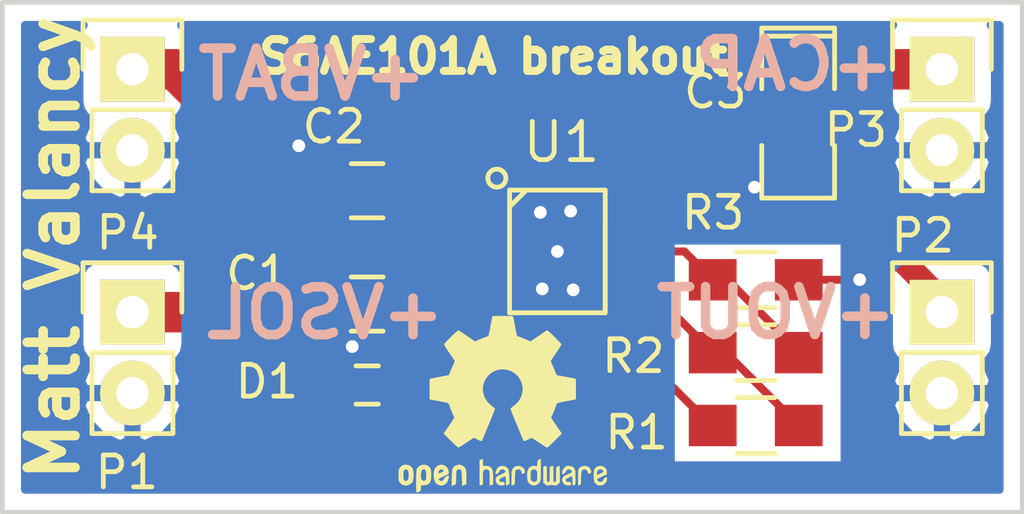
<source format=kicad_pcb>
(kicad_pcb (version 4) (host pcbnew 4.0.3+e1-6302~38~ubuntu16.04.1-stable)

  (general
    (links 22)
    (no_connects 0)
    (area 127.046667 97.525 162.513334 118.29357)
    (thickness 1.6)
    (drawings 11)
    (tracks 85)
    (zones 0)
    (modules 13)
    (nets 11)
  )

  (page A4)
  (layers
    (0 F.Cu signal)
    (31 B.Cu signal)
    (32 B.Adhes user)
    (33 F.Adhes user)
    (34 B.Paste user)
    (35 F.Paste user)
    (36 B.SilkS user)
    (37 F.SilkS user hide)
    (38 B.Mask user)
    (39 F.Mask user)
    (40 Dwgs.User user)
    (41 Cmts.User user)
    (42 Eco1.User user)
    (43 Eco2.User user)
    (44 Edge.Cuts user)
    (45 Margin user)
    (46 B.CrtYd user)
    (47 F.CrtYd user)
    (48 B.Fab user)
    (49 F.Fab user)
  )

  (setup
    (last_trace_width 0.254)
    (user_trace_width 0.762)
    (user_trace_width 1.27)
    (trace_clearance 0.2)
    (zone_clearance 0.508)
    (zone_45_only yes)
    (trace_min 0.2)
    (segment_width 0.2)
    (edge_width 0.15)
    (via_size 0.6)
    (via_drill 0.4)
    (via_min_size 0.4)
    (via_min_drill 0.3)
    (uvia_size 0.3)
    (uvia_drill 0.1)
    (uvias_allowed no)
    (uvia_min_size 0)
    (uvia_min_drill 0)
    (pcb_text_width 0.3)
    (pcb_text_size 1.5 1.5)
    (mod_edge_width 0.15)
    (mod_text_size 1 1)
    (mod_text_width 0.15)
    (pad_size 2.032 2.032)
    (pad_drill 1.016)
    (pad_to_mask_clearance 0.2)
    (aux_axis_origin 0 0)
    (grid_origin 132.08 101.6)
    (visible_elements FFFFFF7F)
    (pcbplotparams
      (layerselection 0x010f0_80000001)
      (usegerberextensions false)
      (excludeedgelayer true)
      (linewidth 0.100000)
      (plotframeref false)
      (viasonmask false)
      (mode 1)
      (useauxorigin false)
      (hpglpennumber 1)
      (hpglpenspeed 20)
      (hpglpendiameter 15)
      (hpglpenoverlay 2)
      (psnegative false)
      (psa4output false)
      (plotreference true)
      (plotvalue true)
      (plotinvisibletext false)
      (padsonsilk false)
      (subtractmaskfromsilk false)
      (outputformat 1)
      (mirror false)
      (drillshape 0)
      (scaleselection 1)
      (outputdirectory Gerbers/))
  )

  (net 0 "")
  (net 1 GNDA)
  (net 2 /VDD)
  (net 3 /VINT)
  (net 4 /VSTOR)
  (net 5 /VSOL)
  (net 6 /VOUT)
  (net 7 /SET_FB)
  (net 8 /SET_H)
  (net 9 /SET_L)
  (net 10 /VBAT)

  (net_class Default "This is the default net class."
    (clearance 0.2)
    (trace_width 0.254)
    (via_dia 0.6)
    (via_drill 0.4)
    (uvia_dia 0.3)
    (uvia_drill 0.1)
    (add_net /SET_FB)
    (add_net /SET_H)
    (add_net /SET_L)
    (add_net /VBAT)
    (add_net /VDD)
    (add_net /VINT)
    (add_net /VOUT)
    (add_net /VSOL)
    (add_net /VSTOR)
    (add_net GNDA)
  )

  (net_class power ""
    (clearance 0.2)
    (trace_width 0.508)
    (via_dia 0.6)
    (via_drill 0.4)
    (uvia_dia 0.3)
    (uvia_drill 0.1)
  )

  (module VNE:VNE-010 (layer F.Cu) (tedit 57C32F21) (tstamp 57C3250F)
    (at 145.415 107.315 270)
    (tags "no lead, ultra thin")
    (path /57C31499)
    (fp_text reference U1 (at -3.429 -0.127 360) (layer F.SilkS)
      (effects (font (size 1.2 1.2) (thickness 0.15)))
    )
    (fp_text value S6AE101A (at 6.35 0 270) (layer F.Fab) hide
      (effects (font (size 1.2 1.2) (thickness 0.15)))
    )
    (fp_circle (center -2.3 1.9) (end -2.1 2.1) (layer F.SilkS) (width 0.15))
    (fp_line (start -1.9 1) (end -1.4 1.5) (layer F.SilkS) (width 0.15))
    (fp_line (start 1.925 -1.5) (end -1.925 -1.5) (layer F.SilkS) (width 0.15))
    (fp_line (start -1.925 -1.5) (end -1.925 1.5) (layer F.SilkS) (width 0.15))
    (fp_line (start -1.925 1.5) (end 1.925 1.5) (layer F.SilkS) (width 0.15))
    (fp_line (start 1.925 1.5) (end 1.925 -1.5) (layer F.SilkS) (width 0.15))
    (fp_line (start 1.925 -1.5) (end -0.925 -1.5) (layer F.SilkS) (width 0.15))
    (pad 10 smd rect (at -1 -1.3 270) (size 0.25 0.5) (layers F.Cu F.Paste F.Mask)
      (net 4 /VSTOR))
    (pad 1 smd rect (at -1 1.3 270) (size 0.25 0.5) (layers F.Cu F.Paste F.Mask))
    (pad 9 smd rect (at -0.5 -1.3 270) (size 0.25 0.5) (layers F.Cu F.Paste F.Mask)
      (net 6 /VOUT))
    (pad 2 smd rect (at -0.5 1.3 270) (size 0.25 0.5) (layers F.Cu F.Paste F.Mask)
      (net 3 /VINT))
    (pad 8 smd rect (at 0 -1.3 270) (size 0.25 0.5) (layers F.Cu F.Paste F.Mask)
      (net 9 /SET_L))
    (pad 3 smd rect (at 0 1.3 270) (size 0.25 0.5) (layers F.Cu F.Paste F.Mask)
      (net 10 /VBAT))
    (pad 7 smd rect (at 0.5 -1.3 270) (size 0.25 0.5) (layers F.Cu F.Paste F.Mask)
      (net 8 /SET_H))
    (pad 4 smd rect (at 0.5 1.3 270) (size 0.25 0.5) (layers F.Cu F.Paste F.Mask)
      (net 2 /VDD))
    (pad 6 smd rect (at 1 -1.3 270) (size 0.25 0.5) (layers F.Cu F.Paste F.Mask)
      (net 7 /SET_FB))
    (pad 5 smd rect (at 1 1.3 270) (size 0.25 0.5) (layers F.Cu F.Paste F.Mask)
      (net 1 GNDA))
    (pad 0 smd rect (at 0 0 270) (size 2.2 1.6) (layers F.Cu F.Paste F.Mask)
      (net 1 GNDA))
  )

  (module Capacitors_SMD:C_0805_HandSoldering (layer F.Cu) (tedit 57C32EFB) (tstamp 57C324B8)
    (at 139.446 108.966 180)
    (descr "Capacitor SMD 0805, hand soldering")
    (tags "capacitor 0805")
    (path /57C32451)
    (attr smd)
    (fp_text reference C1 (at 3.446 0.966 180) (layer F.SilkS)
      (effects (font (size 1 1) (thickness 0.15)))
    )
    (fp_text value 10uF (at 0 2.1 180) (layer F.Fab) hide
      (effects (font (size 1 1) (thickness 0.15)))
    )
    (fp_line (start -2.3 -1) (end 2.3 -1) (layer F.CrtYd) (width 0.05))
    (fp_line (start -2.3 1) (end 2.3 1) (layer F.CrtYd) (width 0.05))
    (fp_line (start -2.3 -1) (end -2.3 1) (layer F.CrtYd) (width 0.05))
    (fp_line (start 2.3 -1) (end 2.3 1) (layer F.CrtYd) (width 0.05))
    (fp_line (start 0.5 -0.85) (end -0.5 -0.85) (layer F.SilkS) (width 0.15))
    (fp_line (start -0.5 0.85) (end 0.5 0.85) (layer F.SilkS) (width 0.15))
    (pad 1 smd rect (at -1.25 0 180) (size 1.5 1.25) (layers F.Cu F.Paste F.Mask)
      (net 2 /VDD))
    (pad 2 smd rect (at 1.25 0 180) (size 1.5 1.25) (layers F.Cu F.Paste F.Mask)
      (net 1 GNDA))
    (model Capacitors_SMD.3dshapes/C_0805_HandSoldering.wrl
      (at (xyz 0 0 0))
      (scale (xyz 1 1 1))
      (rotate (xyz 0 0 0))
    )
  )

  (module Capacitors_SMD:C_0805_HandSoldering (layer F.Cu) (tedit 57C32EE4) (tstamp 57C324BE)
    (at 139.446 105.41 180)
    (descr "Capacitor SMD 0805, hand soldering")
    (tags "capacitor 0805")
    (path /57C32BA1)
    (attr smd)
    (fp_text reference C2 (at 1.046 2.01 180) (layer F.SilkS)
      (effects (font (size 1 1) (thickness 0.15)))
    )
    (fp_text value 1uF (at 0 2.1 270) (layer F.Fab) hide
      (effects (font (size 1 1) (thickness 0.15)))
    )
    (fp_line (start -2.3 -1) (end 2.3 -1) (layer F.CrtYd) (width 0.05))
    (fp_line (start -2.3 1) (end 2.3 1) (layer F.CrtYd) (width 0.05))
    (fp_line (start -2.3 -1) (end -2.3 1) (layer F.CrtYd) (width 0.05))
    (fp_line (start 2.3 -1) (end 2.3 1) (layer F.CrtYd) (width 0.05))
    (fp_line (start 0.5 -0.85) (end -0.5 -0.85) (layer F.SilkS) (width 0.15))
    (fp_line (start -0.5 0.85) (end 0.5 0.85) (layer F.SilkS) (width 0.15))
    (pad 1 smd rect (at -1.25 0 180) (size 1.5 1.25) (layers F.Cu F.Paste F.Mask)
      (net 3 /VINT))
    (pad 2 smd rect (at 1.25 0 180) (size 1.5 1.25) (layers F.Cu F.Paste F.Mask)
      (net 1 GNDA))
    (model Capacitors_SMD.3dshapes/C_0805_HandSoldering.wrl
      (at (xyz 0 0 0))
      (scale (xyz 1 1 1))
      (rotate (xyz 0 0 0))
    )
  )

  (module SMD_Packages:SMD-1206_Pol (layer F.Cu) (tedit 57C3304B) (tstamp 57C324CD)
    (at 152.97 103.1 270)
    (path /57C327A0)
    (attr smd)
    (fp_text reference C3 (at -0.8 2.6 360) (layer F.SilkS)
      (effects (font (size 1 1) (thickness 0.15)))
    )
    (fp_text value CP1 (at 0 0 270) (layer F.Fab) hide
      (effects (font (size 1 1) (thickness 0.15)))
    )
    (fp_line (start -2.54 -1.143) (end -2.794 -1.143) (layer F.SilkS) (width 0.15))
    (fp_line (start -2.794 -1.143) (end -2.794 1.143) (layer F.SilkS) (width 0.15))
    (fp_line (start -2.794 1.143) (end -2.54 1.143) (layer F.SilkS) (width 0.15))
    (fp_line (start -2.54 -1.143) (end -2.54 1.143) (layer F.SilkS) (width 0.15))
    (fp_line (start -2.54 1.143) (end -0.889 1.143) (layer F.SilkS) (width 0.15))
    (fp_line (start 0.889 -1.143) (end 2.54 -1.143) (layer F.SilkS) (width 0.15))
    (fp_line (start 2.54 -1.143) (end 2.54 1.143) (layer F.SilkS) (width 0.15))
    (fp_line (start 2.54 1.143) (end 0.889 1.143) (layer F.SilkS) (width 0.15))
    (fp_line (start -0.889 -1.143) (end -2.54 -1.143) (layer F.SilkS) (width 0.15))
    (pad 1 smd rect (at -1.651 0 270) (size 1.524 2.032) (layers F.Cu F.Paste F.Mask)
      (net 4 /VSTOR))
    (pad 2 smd rect (at 1.651 0 270) (size 1.524 2.032) (layers F.Cu F.Paste F.Mask)
      (net 1 GNDA))
    (model SMD_Packages.3dshapes/SMD-1206_Pol.wrl
      (at (xyz 0 0 0))
      (scale (xyz 0.17 0.16 0.16))
      (rotate (xyz 0 0 0))
    )
  )

  (module Resistors_SMD:R_0805_HandSoldering (layer F.Cu) (tedit 57C32EAA) (tstamp 57C324ED)
    (at 151.638 112.776)
    (descr "Resistor SMD 0805, hand soldering")
    (tags "resistor 0805")
    (path /57C31A5B)
    (attr smd)
    (fp_text reference R1 (at -3.738 0.224) (layer F.SilkS)
      (effects (font (size 1 1) (thickness 0.15)))
    )
    (fp_text value R (at 0 2.1) (layer F.Fab) hide
      (effects (font (size 1 1) (thickness 0.15)))
    )
    (fp_line (start -2.4 -1) (end 2.4 -1) (layer F.CrtYd) (width 0.05))
    (fp_line (start -2.4 1) (end 2.4 1) (layer F.CrtYd) (width 0.05))
    (fp_line (start -2.4 -1) (end -2.4 1) (layer F.CrtYd) (width 0.05))
    (fp_line (start 2.4 -1) (end 2.4 1) (layer F.CrtYd) (width 0.05))
    (fp_line (start 0.6 0.875) (end -0.6 0.875) (layer F.SilkS) (width 0.15))
    (fp_line (start -0.6 -0.875) (end 0.6 -0.875) (layer F.SilkS) (width 0.15))
    (pad 1 smd rect (at -1.35 0) (size 1.5 1.3) (layers F.Cu F.Paste F.Mask)
      (net 7 /SET_FB))
    (pad 2 smd rect (at 1.35 0) (size 1.5 1.3) (layers F.Cu F.Paste F.Mask)
      (net 8 /SET_H))
    (model Resistors_SMD.3dshapes/R_0805_HandSoldering.wrl
      (at (xyz 0 0 0))
      (scale (xyz 1 1 1))
      (rotate (xyz 0 0 0))
    )
  )

  (module Resistors_SMD:R_0805_HandSoldering (layer F.Cu) (tedit 57C32EAE) (tstamp 57C324F3)
    (at 151.638 110.49)
    (descr "Resistor SMD 0805, hand soldering")
    (tags "resistor 0805")
    (path /57C31529)
    (attr smd)
    (fp_text reference R2 (at -3.838 0.11) (layer F.SilkS)
      (effects (font (size 1 1) (thickness 0.15)))
    )
    (fp_text value R (at 0 2.1) (layer F.Fab) hide
      (effects (font (size 1 1) (thickness 0.15)))
    )
    (fp_line (start -2.4 -1) (end 2.4 -1) (layer F.CrtYd) (width 0.05))
    (fp_line (start -2.4 1) (end 2.4 1) (layer F.CrtYd) (width 0.05))
    (fp_line (start -2.4 -1) (end -2.4 1) (layer F.CrtYd) (width 0.05))
    (fp_line (start 2.4 -1) (end 2.4 1) (layer F.CrtYd) (width 0.05))
    (fp_line (start 0.6 0.875) (end -0.6 0.875) (layer F.SilkS) (width 0.15))
    (fp_line (start -0.6 -0.875) (end 0.6 -0.875) (layer F.SilkS) (width 0.15))
    (pad 1 smd rect (at -1.35 0) (size 1.5 1.3) (layers F.Cu F.Paste F.Mask)
      (net 8 /SET_H))
    (pad 2 smd rect (at 1.35 0) (size 1.5 1.3) (layers F.Cu F.Paste F.Mask)
      (net 9 /SET_L))
    (model Resistors_SMD.3dshapes/R_0805_HandSoldering.wrl
      (at (xyz 0 0 0))
      (scale (xyz 1 1 1))
      (rotate (xyz 0 0 0))
    )
  )

  (module Resistors_SMD:R_0805_HandSoldering (layer F.Cu) (tedit 57C3304C) (tstamp 57C324F9)
    (at 151.638 108.204)
    (descr "Resistor SMD 0805, hand soldering")
    (tags "resistor 0805")
    (path /57C31D30)
    (attr smd)
    (fp_text reference R3 (at -1.338 -2.104) (layer F.SilkS)
      (effects (font (size 1 1) (thickness 0.15)))
    )
    (fp_text value R (at 0 2.1) (layer F.Fab) hide
      (effects (font (size 1 1) (thickness 0.15)))
    )
    (fp_line (start -2.4 -1) (end 2.4 -1) (layer F.CrtYd) (width 0.05))
    (fp_line (start -2.4 1) (end 2.4 1) (layer F.CrtYd) (width 0.05))
    (fp_line (start -2.4 -1) (end -2.4 1) (layer F.CrtYd) (width 0.05))
    (fp_line (start 2.4 -1) (end 2.4 1) (layer F.CrtYd) (width 0.05))
    (fp_line (start 0.6 0.875) (end -0.6 0.875) (layer F.SilkS) (width 0.15))
    (fp_line (start -0.6 -0.875) (end 0.6 -0.875) (layer F.SilkS) (width 0.15))
    (pad 1 smd rect (at -1.35 0) (size 1.5 1.3) (layers F.Cu F.Paste F.Mask)
      (net 9 /SET_L))
    (pad 2 smd rect (at 1.35 0) (size 1.5 1.3) (layers F.Cu F.Paste F.Mask)
      (net 1 GNDA))
    (model Resistors_SMD.3dshapes/R_0805_HandSoldering.wrl
      (at (xyz 0 0 0))
      (scale (xyz 1 1 1))
      (rotate (xyz 0 0 0))
    )
  )

  (module Capacitors_SMD:C_0603_HandSoldering (layer F.Cu) (tedit 57C32EFD) (tstamp 57C3297B)
    (at 139.446 111.506 180)
    (descr "Capacitor SMD 0603, hand soldering")
    (tags "capacitor 0603")
    (path /57C323E1)
    (attr smd)
    (fp_text reference D1 (at 3.146 0.106 180) (layer F.SilkS)
      (effects (font (size 1 1) (thickness 0.15)))
    )
    (fp_text value D_Schottky (at 0.254 -1.778 180) (layer F.Fab) hide
      (effects (font (size 1 1) (thickness 0.15)))
    )
    (fp_line (start -1.85 -0.75) (end 1.85 -0.75) (layer F.CrtYd) (width 0.05))
    (fp_line (start -1.85 0.75) (end 1.85 0.75) (layer F.CrtYd) (width 0.05))
    (fp_line (start -1.85 -0.75) (end -1.85 0.75) (layer F.CrtYd) (width 0.05))
    (fp_line (start 1.85 -0.75) (end 1.85 0.75) (layer F.CrtYd) (width 0.05))
    (fp_line (start -0.35 -0.6) (end 0.35 -0.6) (layer F.SilkS) (width 0.15))
    (fp_line (start 0.35 0.6) (end -0.35 0.6) (layer F.SilkS) (width 0.15))
    (pad 1 smd rect (at -0.95 0 180) (size 1.2 0.75) (layers F.Cu F.Paste F.Mask)
      (net 2 /VDD))
    (pad 2 smd rect (at 0.95 0 180) (size 1.2 0.75) (layers F.Cu F.Paste F.Mask)
      (net 5 /VSOL))
    (model Capacitors_SMD.3dshapes/C_0603_HandSoldering.wrl
      (at (xyz 0 0 0))
      (scale (xyz 1 1 1))
      (rotate (xyz 0 0 0))
    )
  )

  (module Pin_Headers:Pin_Header_Straight_1x02 (layer F.Cu) (tedit 57C331AA) (tstamp 57C32E92)
    (at 132.08 109.22)
    (descr "Through hole pin header")
    (tags "pin header")
    (path /57C32282)
    (fp_text reference P1 (at -0.17526 5.02666) (layer F.SilkS)
      (effects (font (size 1 1) (thickness 0.15)))
    )
    (fp_text value CONN_01X02 (at 0 -3.1) (layer F.Fab) hide
      (effects (font (size 1 1) (thickness 0.15)))
    )
    (fp_line (start 1.27 1.27) (end 1.27 3.81) (layer F.SilkS) (width 0.15))
    (fp_line (start 1.55 -1.55) (end 1.55 0) (layer F.SilkS) (width 0.15))
    (fp_line (start -1.75 -1.75) (end -1.75 4.3) (layer F.CrtYd) (width 0.05))
    (fp_line (start 1.75 -1.75) (end 1.75 4.3) (layer F.CrtYd) (width 0.05))
    (fp_line (start -1.75 -1.75) (end 1.75 -1.75) (layer F.CrtYd) (width 0.05))
    (fp_line (start -1.75 4.3) (end 1.75 4.3) (layer F.CrtYd) (width 0.05))
    (fp_line (start 1.27 1.27) (end -1.27 1.27) (layer F.SilkS) (width 0.15))
    (fp_line (start -1.55 0) (end -1.55 -1.55) (layer F.SilkS) (width 0.15))
    (fp_line (start -1.55 -1.55) (end 1.55 -1.55) (layer F.SilkS) (width 0.15))
    (fp_line (start -1.27 1.27) (end -1.27 3.81) (layer F.SilkS) (width 0.15))
    (fp_line (start -1.27 3.81) (end 1.27 3.81) (layer F.SilkS) (width 0.15))
    (pad 1 thru_hole rect (at 0 0) (size 2.032 2.032) (drill 1.016) (layers *.Cu *.Mask F.SilkS)
      (net 5 /VSOL))
    (pad 2 thru_hole oval (at 0 2.54) (size 2.032 2.032) (drill 1.016) (layers *.Cu *.Mask F.SilkS)
      (net 1 GNDA))
    (model Pin_Headers.3dshapes/Pin_Header_Straight_1x02.wrl
      (at (xyz 0 -0.05 0))
      (scale (xyz 1 1 1))
      (rotate (xyz 0 0 90))
    )
  )

  (module Pin_Headers:Pin_Header_Straight_1x02 (layer F.Cu) (tedit 57C32EC4) (tstamp 57C32E98)
    (at 157.48 109.22)
    (descr "Through hole pin header")
    (tags "pin header")
    (path /57C328A6)
    (fp_text reference P2 (at -0.6 -2.4) (layer F.SilkS)
      (effects (font (size 1 1) (thickness 0.15)))
    )
    (fp_text value CONN_01X02 (at 0 -3.1) (layer F.Fab) hide
      (effects (font (size 1 1) (thickness 0.15)))
    )
    (fp_line (start 1.27 1.27) (end 1.27 3.81) (layer F.SilkS) (width 0.15))
    (fp_line (start 1.55 -1.55) (end 1.55 0) (layer F.SilkS) (width 0.15))
    (fp_line (start -1.75 -1.75) (end -1.75 4.3) (layer F.CrtYd) (width 0.05))
    (fp_line (start 1.75 -1.75) (end 1.75 4.3) (layer F.CrtYd) (width 0.05))
    (fp_line (start -1.75 -1.75) (end 1.75 -1.75) (layer F.CrtYd) (width 0.05))
    (fp_line (start -1.75 4.3) (end 1.75 4.3) (layer F.CrtYd) (width 0.05))
    (fp_line (start 1.27 1.27) (end -1.27 1.27) (layer F.SilkS) (width 0.15))
    (fp_line (start -1.55 0) (end -1.55 -1.55) (layer F.SilkS) (width 0.15))
    (fp_line (start -1.55 -1.55) (end 1.55 -1.55) (layer F.SilkS) (width 0.15))
    (fp_line (start -1.27 1.27) (end -1.27 3.81) (layer F.SilkS) (width 0.15))
    (fp_line (start -1.27 3.81) (end 1.27 3.81) (layer F.SilkS) (width 0.15))
    (pad 1 thru_hole rect (at 0 0) (size 2.032 2.032) (drill 1.016) (layers *.Cu *.Mask F.SilkS)
      (net 6 /VOUT))
    (pad 2 thru_hole oval (at 0 2.54) (size 2.032 2.032) (drill 1.016) (layers *.Cu *.Mask F.SilkS)
      (net 1 GNDA))
    (model Pin_Headers.3dshapes/Pin_Header_Straight_1x02.wrl
      (at (xyz 0 -0.05 0))
      (scale (xyz 1 1 1))
      (rotate (xyz 0 0 90))
    )
  )

  (module Pin_Headers:Pin_Header_Straight_1x02 (layer F.Cu) (tedit 57C32EEF) (tstamp 57C32E9E)
    (at 157.48 101.6)
    (descr "Through hole pin header")
    (tags "pin header")
    (path /57C325DE)
    (fp_text reference P3 (at -2.7 1.9) (layer F.SilkS)
      (effects (font (size 1 1) (thickness 0.15)))
    )
    (fp_text value CONN_01X02 (at 0 -3.1) (layer F.Fab) hide
      (effects (font (size 1 1) (thickness 0.15)))
    )
    (fp_line (start 1.27 1.27) (end 1.27 3.81) (layer F.SilkS) (width 0.15))
    (fp_line (start 1.55 -1.55) (end 1.55 0) (layer F.SilkS) (width 0.15))
    (fp_line (start -1.75 -1.75) (end -1.75 4.3) (layer F.CrtYd) (width 0.05))
    (fp_line (start 1.75 -1.75) (end 1.75 4.3) (layer F.CrtYd) (width 0.05))
    (fp_line (start -1.75 -1.75) (end 1.75 -1.75) (layer F.CrtYd) (width 0.05))
    (fp_line (start -1.75 4.3) (end 1.75 4.3) (layer F.CrtYd) (width 0.05))
    (fp_line (start 1.27 1.27) (end -1.27 1.27) (layer F.SilkS) (width 0.15))
    (fp_line (start -1.55 0) (end -1.55 -1.55) (layer F.SilkS) (width 0.15))
    (fp_line (start -1.55 -1.55) (end 1.55 -1.55) (layer F.SilkS) (width 0.15))
    (fp_line (start -1.27 1.27) (end -1.27 3.81) (layer F.SilkS) (width 0.15))
    (fp_line (start -1.27 3.81) (end 1.27 3.81) (layer F.SilkS) (width 0.15))
    (pad 1 thru_hole rect (at 0 0) (size 2.032 2.032) (drill 1.016) (layers *.Cu *.Mask F.SilkS)
      (net 4 /VSTOR))
    (pad 2 thru_hole oval (at 0 2.54) (size 2.032 2.032) (drill 1.016) (layers *.Cu *.Mask F.SilkS)
      (net 1 GNDA))
    (model Pin_Headers.3dshapes/Pin_Header_Straight_1x02.wrl
      (at (xyz 0 -0.05 0))
      (scale (xyz 1 1 1))
      (rotate (xyz 0 0 90))
    )
  )

  (module Pin_Headers:Pin_Header_Straight_1x02 (layer F.Cu) (tedit 57C331AE) (tstamp 57C32EA4)
    (at 132.08 101.6)
    (descr "Through hole pin header")
    (tags "pin header")
    (path /57C33541)
    (fp_text reference P4 (at -0.14732 5.1308) (layer F.SilkS)
      (effects (font (size 1 1) (thickness 0.15)))
    )
    (fp_text value CONN_01X02 (at 0 -3.1) (layer F.Fab) hide
      (effects (font (size 1 1) (thickness 0.15)))
    )
    (fp_line (start 1.27 1.27) (end 1.27 3.81) (layer F.SilkS) (width 0.15))
    (fp_line (start 1.55 -1.55) (end 1.55 0) (layer F.SilkS) (width 0.15))
    (fp_line (start -1.75 -1.75) (end -1.75 4.3) (layer F.CrtYd) (width 0.05))
    (fp_line (start 1.75 -1.75) (end 1.75 4.3) (layer F.CrtYd) (width 0.05))
    (fp_line (start -1.75 -1.75) (end 1.75 -1.75) (layer F.CrtYd) (width 0.05))
    (fp_line (start -1.75 4.3) (end 1.75 4.3) (layer F.CrtYd) (width 0.05))
    (fp_line (start 1.27 1.27) (end -1.27 1.27) (layer F.SilkS) (width 0.15))
    (fp_line (start -1.55 0) (end -1.55 -1.55) (layer F.SilkS) (width 0.15))
    (fp_line (start -1.55 -1.55) (end 1.55 -1.55) (layer F.SilkS) (width 0.15))
    (fp_line (start -1.27 1.27) (end -1.27 3.81) (layer F.SilkS) (width 0.15))
    (fp_line (start -1.27 3.81) (end 1.27 3.81) (layer F.SilkS) (width 0.15))
    (pad 1 thru_hole rect (at 0 0) (size 2.032 2.032) (drill 1.016) (layers *.Cu *.Mask F.SilkS)
      (net 10 /VBAT))
    (pad 2 thru_hole oval (at 0 2.54) (size 2.032 2.032) (drill 1.016) (layers *.Cu *.Mask F.SilkS)
      (net 1 GNDA))
    (model Pin_Headers.3dshapes/Pin_Header_Straight_1x02.wrl
      (at (xyz 0 -0.05 0))
      (scale (xyz 1 1 1))
      (rotate (xyz 0 0 90))
    )
  )

  (module Symbols:OSHW-Logo2_7.3x6mm_SilkScreen (layer F.Cu) (tedit 0) (tstamp 57C33024)
    (at 143.7 112.1)
    (descr "Open Source Hardware Symbol")
    (tags "Logo Symbol OSHW")
    (attr virtual)
    (fp_text reference REF*** (at 0 0) (layer F.SilkS) hide
      (effects (font (size 1 1) (thickness 0.15)))
    )
    (fp_text value OSHW-Logo2_7.3x6mm_SilkScreen (at 0.75 0) (layer F.Fab) hide
      (effects (font (size 1 1) (thickness 0.15)))
    )
    (fp_poly (pts (xy -2.400256 1.919918) (xy -2.344799 1.947568) (xy -2.295852 1.99848) (xy -2.282371 2.017338)
      (xy -2.267686 2.042015) (xy -2.258158 2.068816) (xy -2.252707 2.104587) (xy -2.250253 2.156169)
      (xy -2.249714 2.224267) (xy -2.252148 2.317588) (xy -2.260606 2.387657) (xy -2.276826 2.439931)
      (xy -2.302546 2.479869) (xy -2.339503 2.512929) (xy -2.342218 2.514886) (xy -2.37864 2.534908)
      (xy -2.422498 2.544815) (xy -2.478276 2.547257) (xy -2.568952 2.547257) (xy -2.56899 2.635283)
      (xy -2.569834 2.684308) (xy -2.574976 2.713065) (xy -2.588413 2.730311) (xy -2.614142 2.744808)
      (xy -2.620321 2.747769) (xy -2.649236 2.761648) (xy -2.671624 2.770414) (xy -2.688271 2.771171)
      (xy -2.699964 2.761023) (xy -2.70749 2.737073) (xy -2.711634 2.696426) (xy -2.713185 2.636186)
      (xy -2.712929 2.553455) (xy -2.711651 2.445339) (xy -2.711252 2.413) (xy -2.709815 2.301524)
      (xy -2.708528 2.228603) (xy -2.569029 2.228603) (xy -2.568245 2.290499) (xy -2.56476 2.330997)
      (xy -2.556876 2.357708) (xy -2.542895 2.378244) (xy -2.533403 2.38826) (xy -2.494596 2.417567)
      (xy -2.460237 2.419952) (xy -2.424784 2.39575) (xy -2.423886 2.394857) (xy -2.409461 2.376153)
      (xy -2.400687 2.350732) (xy -2.396261 2.311584) (xy -2.394882 2.251697) (xy -2.394857 2.23843)
      (xy -2.398188 2.155901) (xy -2.409031 2.098691) (xy -2.42866 2.063766) (xy -2.45835 2.048094)
      (xy -2.475509 2.046514) (xy -2.516234 2.053926) (xy -2.544168 2.07833) (xy -2.560983 2.12298)
      (xy -2.56835 2.19113) (xy -2.569029 2.228603) (xy -2.708528 2.228603) (xy -2.708292 2.215245)
      (xy -2.706323 2.150333) (xy -2.70355 2.102958) (xy -2.699612 2.06929) (xy -2.694151 2.045498)
      (xy -2.686808 2.027753) (xy -2.677223 2.012224) (xy -2.673113 2.006381) (xy -2.618595 1.951185)
      (xy -2.549664 1.91989) (xy -2.469928 1.911165) (xy -2.400256 1.919918)) (layer F.SilkS) (width 0.01))
    (fp_poly (pts (xy -1.283907 1.92778) (xy -1.237328 1.954723) (xy -1.204943 1.981466) (xy -1.181258 2.009484)
      (xy -1.164941 2.043748) (xy -1.154661 2.089227) (xy -1.149086 2.150892) (xy -1.146884 2.233711)
      (xy -1.146629 2.293246) (xy -1.146629 2.512391) (xy -1.208314 2.540044) (xy -1.27 2.567697)
      (xy -1.277257 2.32767) (xy -1.280256 2.238028) (xy -1.283402 2.172962) (xy -1.287299 2.128026)
      (xy -1.292553 2.09877) (xy -1.299769 2.080748) (xy -1.30955 2.069511) (xy -1.312688 2.067079)
      (xy -1.360239 2.048083) (xy -1.408303 2.0556) (xy -1.436914 2.075543) (xy -1.448553 2.089675)
      (xy -1.456609 2.10822) (xy -1.461729 2.136334) (xy -1.464559 2.179173) (xy -1.465744 2.241895)
      (xy -1.465943 2.307261) (xy -1.465982 2.389268) (xy -1.467386 2.447316) (xy -1.472086 2.486465)
      (xy -1.482013 2.51178) (xy -1.499097 2.528323) (xy -1.525268 2.541156) (xy -1.560225 2.554491)
      (xy -1.598404 2.569007) (xy -1.593859 2.311389) (xy -1.592029 2.218519) (xy -1.589888 2.149889)
      (xy -1.586819 2.100711) (xy -1.582206 2.066198) (xy -1.575432 2.041562) (xy -1.565881 2.022016)
      (xy -1.554366 2.00477) (xy -1.49881 1.94968) (xy -1.43102 1.917822) (xy -1.357287 1.910191)
      (xy -1.283907 1.92778)) (layer F.SilkS) (width 0.01))
    (fp_poly (pts (xy -2.958885 1.921962) (xy -2.890855 1.957733) (xy -2.840649 2.015301) (xy -2.822815 2.052312)
      (xy -2.808937 2.107882) (xy -2.801833 2.178096) (xy -2.80116 2.254727) (xy -2.806573 2.329552)
      (xy -2.81773 2.394342) (xy -2.834286 2.440873) (xy -2.839374 2.448887) (xy -2.899645 2.508707)
      (xy -2.971231 2.544535) (xy -3.048908 2.55502) (xy -3.127452 2.53881) (xy -3.149311 2.529092)
      (xy -3.191878 2.499143) (xy -3.229237 2.459433) (xy -3.232768 2.454397) (xy -3.247119 2.430124)
      (xy -3.256606 2.404178) (xy -3.26221 2.370022) (xy -3.264914 2.321119) (xy -3.265701 2.250935)
      (xy -3.265714 2.2352) (xy -3.265678 2.230192) (xy -3.120571 2.230192) (xy -3.119727 2.29643)
      (xy -3.116404 2.340386) (xy -3.109417 2.368779) (xy -3.097584 2.388325) (xy -3.091543 2.394857)
      (xy -3.056814 2.41968) (xy -3.023097 2.418548) (xy -2.989005 2.397016) (xy -2.968671 2.374029)
      (xy -2.956629 2.340478) (xy -2.949866 2.287569) (xy -2.949402 2.281399) (xy -2.948248 2.185513)
      (xy -2.960312 2.114299) (xy -2.98543 2.068194) (xy -3.02344 2.047635) (xy -3.037008 2.046514)
      (xy -3.072636 2.052152) (xy -3.097006 2.071686) (xy -3.111907 2.109042) (xy -3.119125 2.16815)
      (xy -3.120571 2.230192) (xy -3.265678 2.230192) (xy -3.265174 2.160413) (xy -3.262904 2.108159)
      (xy -3.257932 2.071949) (xy -3.249287 2.045299) (xy -3.235995 2.021722) (xy -3.233057 2.017338)
      (xy -3.183687 1.958249) (xy -3.129891 1.923947) (xy -3.064398 1.910331) (xy -3.042158 1.909665)
      (xy -2.958885 1.921962)) (layer F.SilkS) (width 0.01))
    (fp_poly (pts (xy -1.831697 1.931239) (xy -1.774473 1.969735) (xy -1.730251 2.025335) (xy -1.703833 2.096086)
      (xy -1.69849 2.148162) (xy -1.699097 2.169893) (xy -1.704178 2.186531) (xy -1.718145 2.201437)
      (xy -1.745411 2.217973) (xy -1.790388 2.239498) (xy -1.857489 2.269374) (xy -1.857829 2.269524)
      (xy -1.919593 2.297813) (xy -1.970241 2.322933) (xy -2.004596 2.342179) (xy -2.017482 2.352848)
      (xy -2.017486 2.352934) (xy -2.006128 2.376166) (xy -1.979569 2.401774) (xy -1.949077 2.420221)
      (xy -1.93363 2.423886) (xy -1.891485 2.411212) (xy -1.855192 2.379471) (xy -1.837483 2.344572)
      (xy -1.820448 2.318845) (xy -1.787078 2.289546) (xy -1.747851 2.264235) (xy -1.713244 2.250471)
      (xy -1.706007 2.249714) (xy -1.697861 2.26216) (xy -1.69737 2.293972) (xy -1.703357 2.336866)
      (xy -1.714643 2.382558) (xy -1.73005 2.422761) (xy -1.730829 2.424322) (xy -1.777196 2.489062)
      (xy -1.837289 2.533097) (xy -1.905535 2.554711) (xy -1.976362 2.552185) (xy -2.044196 2.523804)
      (xy -2.047212 2.521808) (xy -2.100573 2.473448) (xy -2.13566 2.410352) (xy -2.155078 2.327387)
      (xy -2.157684 2.304078) (xy -2.162299 2.194055) (xy -2.156767 2.142748) (xy -2.017486 2.142748)
      (xy -2.015676 2.174753) (xy -2.005778 2.184093) (xy -1.981102 2.177105) (xy -1.942205 2.160587)
      (xy -1.898725 2.139881) (xy -1.897644 2.139333) (xy -1.860791 2.119949) (xy -1.846 2.107013)
      (xy -1.849647 2.093451) (xy -1.865005 2.075632) (xy -1.904077 2.049845) (xy -1.946154 2.04795)
      (xy -1.983897 2.066717) (xy -2.009966 2.102915) (xy -2.017486 2.142748) (xy -2.156767 2.142748)
      (xy -2.152806 2.106027) (xy -2.12845 2.036212) (xy -2.094544 1.987302) (xy -2.033347 1.937878)
      (xy -1.965937 1.913359) (xy -1.89712 1.911797) (xy -1.831697 1.931239)) (layer F.SilkS) (width 0.01))
    (fp_poly (pts (xy -0.624114 1.851289) (xy -0.619861 1.910613) (xy -0.614975 1.945572) (xy -0.608205 1.96082)
      (xy -0.598298 1.961015) (xy -0.595086 1.959195) (xy -0.552356 1.946015) (xy -0.496773 1.946785)
      (xy -0.440263 1.960333) (xy -0.404918 1.977861) (xy -0.368679 2.005861) (xy -0.342187 2.037549)
      (xy -0.324001 2.077813) (xy -0.312678 2.131543) (xy -0.306778 2.203626) (xy -0.304857 2.298951)
      (xy -0.304823 2.317237) (xy -0.3048 2.522646) (xy -0.350509 2.53858) (xy -0.382973 2.54942)
      (xy -0.400785 2.554468) (xy -0.401309 2.554514) (xy -0.403063 2.540828) (xy -0.404556 2.503076)
      (xy -0.405674 2.446224) (xy -0.406303 2.375234) (xy -0.4064 2.332073) (xy -0.406602 2.246973)
      (xy -0.407642 2.185981) (xy -0.410169 2.144177) (xy -0.414836 2.116642) (xy -0.422293 2.098456)
      (xy -0.433189 2.084698) (xy -0.439993 2.078073) (xy -0.486728 2.051375) (xy -0.537728 2.049375)
      (xy -0.583999 2.071955) (xy -0.592556 2.080107) (xy -0.605107 2.095436) (xy -0.613812 2.113618)
      (xy -0.619369 2.139909) (xy -0.622474 2.179562) (xy -0.623824 2.237832) (xy -0.624114 2.318173)
      (xy -0.624114 2.522646) (xy -0.669823 2.53858) (xy -0.702287 2.54942) (xy -0.720099 2.554468)
      (xy -0.720623 2.554514) (xy -0.721963 2.540623) (xy -0.723172 2.501439) (xy -0.724199 2.4407)
      (xy -0.724998 2.362141) (xy -0.725519 2.269498) (xy -0.725714 2.166509) (xy -0.725714 1.769342)
      (xy -0.678543 1.749444) (xy -0.631371 1.729547) (xy -0.624114 1.851289)) (layer F.SilkS) (width 0.01))
    (fp_poly (pts (xy 0.039744 1.950968) (xy 0.096616 1.972087) (xy 0.097267 1.972493) (xy 0.13244 1.99838)
      (xy 0.158407 2.028633) (xy 0.17667 2.068058) (xy 0.188732 2.121462) (xy 0.196096 2.193651)
      (xy 0.200264 2.289432) (xy 0.200629 2.303078) (xy 0.205876 2.508842) (xy 0.161716 2.531678)
      (xy 0.129763 2.54711) (xy 0.11047 2.554423) (xy 0.109578 2.554514) (xy 0.106239 2.541022)
      (xy 0.103587 2.504626) (xy 0.101956 2.451452) (xy 0.1016 2.408393) (xy 0.101592 2.338641)
      (xy 0.098403 2.294837) (xy 0.087288 2.273944) (xy 0.063501 2.272925) (xy 0.022296 2.288741)
      (xy -0.039914 2.317815) (xy -0.085659 2.341963) (xy -0.109187 2.362913) (xy -0.116104 2.385747)
      (xy -0.116114 2.386877) (xy -0.104701 2.426212) (xy -0.070908 2.447462) (xy -0.019191 2.450539)
      (xy 0.018061 2.450006) (xy 0.037703 2.460735) (xy 0.049952 2.486505) (xy 0.057002 2.519337)
      (xy 0.046842 2.537966) (xy 0.043017 2.540632) (xy 0.007001 2.55134) (xy -0.043434 2.552856)
      (xy -0.095374 2.545759) (xy -0.132178 2.532788) (xy -0.183062 2.489585) (xy -0.211986 2.429446)
      (xy -0.217714 2.382462) (xy -0.213343 2.340082) (xy -0.197525 2.305488) (xy -0.166203 2.274763)
      (xy -0.115322 2.24399) (xy -0.040824 2.209252) (xy -0.036286 2.207288) (xy 0.030821 2.176287)
      (xy 0.072232 2.150862) (xy 0.089981 2.128014) (xy 0.086107 2.104745) (xy 0.062643 2.078056)
      (xy 0.055627 2.071914) (xy 0.00863 2.0481) (xy -0.040067 2.049103) (xy -0.082478 2.072451)
      (xy -0.110616 2.115675) (xy -0.113231 2.12416) (xy -0.138692 2.165308) (xy -0.170999 2.185128)
      (xy -0.217714 2.20477) (xy -0.217714 2.15395) (xy -0.203504 2.080082) (xy -0.161325 2.012327)
      (xy -0.139376 1.989661) (xy -0.089483 1.960569) (xy -0.026033 1.9474) (xy 0.039744 1.950968)) (layer F.SilkS) (width 0.01))
    (fp_poly (pts (xy 0.529926 1.949755) (xy 0.595858 1.974084) (xy 0.649273 2.017117) (xy 0.670164 2.047409)
      (xy 0.692939 2.102994) (xy 0.692466 2.143186) (xy 0.668562 2.170217) (xy 0.659717 2.174813)
      (xy 0.62153 2.189144) (xy 0.602028 2.185472) (xy 0.595422 2.161407) (xy 0.595086 2.148114)
      (xy 0.582992 2.09921) (xy 0.551471 2.064999) (xy 0.507659 2.048476) (xy 0.458695 2.052634)
      (xy 0.418894 2.074227) (xy 0.40545 2.086544) (xy 0.395921 2.101487) (xy 0.389485 2.124075)
      (xy 0.385317 2.159328) (xy 0.382597 2.212266) (xy 0.380502 2.287907) (xy 0.37996 2.311857)
      (xy 0.377981 2.39379) (xy 0.375731 2.451455) (xy 0.372357 2.489608) (xy 0.367006 2.513004)
      (xy 0.358824 2.526398) (xy 0.346959 2.534545) (xy 0.339362 2.538144) (xy 0.307102 2.550452)
      (xy 0.288111 2.554514) (xy 0.281836 2.540948) (xy 0.278006 2.499934) (xy 0.2766 2.430999)
      (xy 0.277598 2.333669) (xy 0.277908 2.318657) (xy 0.280101 2.229859) (xy 0.282693 2.165019)
      (xy 0.286382 2.119067) (xy 0.291864 2.086935) (xy 0.299835 2.063553) (xy 0.310993 2.043852)
      (xy 0.31683 2.03541) (xy 0.350296 1.998057) (xy 0.387727 1.969003) (xy 0.392309 1.966467)
      (xy 0.459426 1.946443) (xy 0.529926 1.949755)) (layer F.SilkS) (width 0.01))
    (fp_poly (pts (xy 1.190117 2.065358) (xy 1.189933 2.173837) (xy 1.189219 2.257287) (xy 1.187675 2.319704)
      (xy 1.185001 2.365085) (xy 1.180894 2.397429) (xy 1.175055 2.420733) (xy 1.167182 2.438995)
      (xy 1.161221 2.449418) (xy 1.111855 2.505945) (xy 1.049264 2.541377) (xy 0.980013 2.55409)
      (xy 0.910668 2.542463) (xy 0.869375 2.521568) (xy 0.826025 2.485422) (xy 0.796481 2.441276)
      (xy 0.778655 2.383462) (xy 0.770463 2.306313) (xy 0.769302 2.249714) (xy 0.769458 2.245647)
      (xy 0.870857 2.245647) (xy 0.871476 2.31055) (xy 0.874314 2.353514) (xy 0.88084 2.381622)
      (xy 0.892523 2.401953) (xy 0.906483 2.417288) (xy 0.953365 2.44689) (xy 1.003701 2.449419)
      (xy 1.051276 2.424705) (xy 1.054979 2.421356) (xy 1.070783 2.403935) (xy 1.080693 2.383209)
      (xy 1.086058 2.352362) (xy 1.088228 2.304577) (xy 1.088571 2.251748) (xy 1.087827 2.185381)
      (xy 1.084748 2.141106) (xy 1.078061 2.112009) (xy 1.066496 2.091173) (xy 1.057013 2.080107)
      (xy 1.01296 2.052198) (xy 0.962224 2.048843) (xy 0.913796 2.070159) (xy 0.90445 2.078073)
      (xy 0.88854 2.095647) (xy 0.87861 2.116587) (xy 0.873278 2.147782) (xy 0.871163 2.196122)
      (xy 0.870857 2.245647) (xy 0.769458 2.245647) (xy 0.77281 2.158568) (xy 0.784726 2.090086)
      (xy 0.807135 2.0386) (xy 0.842124 1.998443) (xy 0.869375 1.977861) (xy 0.918907 1.955625)
      (xy 0.976316 1.945304) (xy 1.029682 1.948067) (xy 1.059543 1.959212) (xy 1.071261 1.962383)
      (xy 1.079037 1.950557) (xy 1.084465 1.918866) (xy 1.088571 1.870593) (xy 1.093067 1.816829)
      (xy 1.099313 1.784482) (xy 1.110676 1.765985) (xy 1.130528 1.75377) (xy 1.143 1.748362)
      (xy 1.190171 1.728601) (xy 1.190117 2.065358)) (layer F.SilkS) (width 0.01))
    (fp_poly (pts (xy 1.779833 1.958663) (xy 1.782048 1.99685) (xy 1.783784 2.054886) (xy 1.784899 2.12818)
      (xy 1.785257 2.205055) (xy 1.785257 2.465196) (xy 1.739326 2.511127) (xy 1.707675 2.539429)
      (xy 1.67989 2.550893) (xy 1.641915 2.550168) (xy 1.62684 2.548321) (xy 1.579726 2.542948)
      (xy 1.540756 2.539869) (xy 1.531257 2.539585) (xy 1.499233 2.541445) (xy 1.453432 2.546114)
      (xy 1.435674 2.548321) (xy 1.392057 2.551735) (xy 1.362745 2.54432) (xy 1.33368 2.521427)
      (xy 1.323188 2.511127) (xy 1.277257 2.465196) (xy 1.277257 1.978602) (xy 1.314226 1.961758)
      (xy 1.346059 1.949282) (xy 1.364683 1.944914) (xy 1.369458 1.958718) (xy 1.373921 1.997286)
      (xy 1.377775 2.056356) (xy 1.380722 2.131663) (xy 1.382143 2.195286) (xy 1.386114 2.445657)
      (xy 1.420759 2.450556) (xy 1.452268 2.447131) (xy 1.467708 2.436041) (xy 1.472023 2.415308)
      (xy 1.475708 2.371145) (xy 1.478469 2.309146) (xy 1.480012 2.234909) (xy 1.480235 2.196706)
      (xy 1.480457 1.976783) (xy 1.526166 1.960849) (xy 1.558518 1.950015) (xy 1.576115 1.944962)
      (xy 1.576623 1.944914) (xy 1.578388 1.958648) (xy 1.580329 1.99673) (xy 1.582282 2.054482)
      (xy 1.584084 2.127227) (xy 1.585343 2.195286) (xy 1.589314 2.445657) (xy 1.6764 2.445657)
      (xy 1.680396 2.21724) (xy 1.684392 1.988822) (xy 1.726847 1.966868) (xy 1.758192 1.951793)
      (xy 1.776744 1.944951) (xy 1.777279 1.944914) (xy 1.779833 1.958663)) (layer F.SilkS) (width 0.01))
    (fp_poly (pts (xy 2.144876 1.956335) (xy 2.186667 1.975344) (xy 2.219469 1.998378) (xy 2.243503 2.024133)
      (xy 2.260097 2.057358) (xy 2.270577 2.1028) (xy 2.276271 2.165207) (xy 2.278507 2.249327)
      (xy 2.278743 2.304721) (xy 2.278743 2.520826) (xy 2.241774 2.53767) (xy 2.212656 2.549981)
      (xy 2.198231 2.554514) (xy 2.195472 2.541025) (xy 2.193282 2.504653) (xy 2.191942 2.451542)
      (xy 2.191657 2.409372) (xy 2.190434 2.348447) (xy 2.187136 2.300115) (xy 2.182321 2.270518)
      (xy 2.178496 2.264229) (xy 2.152783 2.270652) (xy 2.112418 2.287125) (xy 2.065679 2.309458)
      (xy 2.020845 2.333457) (xy 1.986193 2.35493) (xy 1.970002 2.369685) (xy 1.969938 2.369845)
      (xy 1.97133 2.397152) (xy 1.983818 2.423219) (xy 2.005743 2.444392) (xy 2.037743 2.451474)
      (xy 2.065092 2.450649) (xy 2.103826 2.450042) (xy 2.124158 2.459116) (xy 2.136369 2.483092)
      (xy 2.137909 2.487613) (xy 2.143203 2.521806) (xy 2.129047 2.542568) (xy 2.092148 2.552462)
      (xy 2.052289 2.554292) (xy 1.980562 2.540727) (xy 1.943432 2.521355) (xy 1.897576 2.475845)
      (xy 1.873256 2.419983) (xy 1.871073 2.360957) (xy 1.891629 2.305953) (xy 1.922549 2.271486)
      (xy 1.95342 2.252189) (xy 2.001942 2.227759) (xy 2.058485 2.202985) (xy 2.06791 2.199199)
      (xy 2.130019 2.171791) (xy 2.165822 2.147634) (xy 2.177337 2.123619) (xy 2.16658 2.096635)
      (xy 2.148114 2.075543) (xy 2.104469 2.049572) (xy 2.056446 2.047624) (xy 2.012406 2.067637)
      (xy 1.980709 2.107551) (xy 1.976549 2.117848) (xy 1.952327 2.155724) (xy 1.916965 2.183842)
      (xy 1.872343 2.206917) (xy 1.872343 2.141485) (xy 1.874969 2.101506) (xy 1.88623 2.069997)
      (xy 1.911199 2.036378) (xy 1.935169 2.010484) (xy 1.972441 1.973817) (xy 2.001401 1.954121)
      (xy 2.032505 1.94622) (xy 2.067713 1.944914) (xy 2.144876 1.956335)) (layer F.SilkS) (width 0.01))
    (fp_poly (pts (xy 2.6526 1.958752) (xy 2.669948 1.966334) (xy 2.711356 1.999128) (xy 2.746765 2.046547)
      (xy 2.768664 2.097151) (xy 2.772229 2.122098) (xy 2.760279 2.156927) (xy 2.734067 2.175357)
      (xy 2.705964 2.186516) (xy 2.693095 2.188572) (xy 2.686829 2.173649) (xy 2.674456 2.141175)
      (xy 2.669028 2.126502) (xy 2.63859 2.075744) (xy 2.59452 2.050427) (xy 2.53801 2.051206)
      (xy 2.533825 2.052203) (xy 2.503655 2.066507) (xy 2.481476 2.094393) (xy 2.466327 2.139287)
      (xy 2.45725 2.204615) (xy 2.453286 2.293804) (xy 2.452914 2.341261) (xy 2.45273 2.416071)
      (xy 2.451522 2.467069) (xy 2.448309 2.499471) (xy 2.442109 2.518495) (xy 2.43194 2.529356)
      (xy 2.416819 2.537272) (xy 2.415946 2.53767) (xy 2.386828 2.549981) (xy 2.372403 2.554514)
      (xy 2.370186 2.540809) (xy 2.368289 2.502925) (xy 2.366847 2.445715) (xy 2.365998 2.374027)
      (xy 2.365829 2.321565) (xy 2.366692 2.220047) (xy 2.37007 2.143032) (xy 2.377142 2.086023)
      (xy 2.389088 2.044526) (xy 2.40709 2.014043) (xy 2.432327 1.99008) (xy 2.457247 1.973355)
      (xy 2.517171 1.951097) (xy 2.586911 1.946076) (xy 2.6526 1.958752)) (layer F.SilkS) (width 0.01))
    (fp_poly (pts (xy 3.153595 1.966966) (xy 3.211021 2.004497) (xy 3.238719 2.038096) (xy 3.260662 2.099064)
      (xy 3.262405 2.147308) (xy 3.258457 2.211816) (xy 3.109686 2.276934) (xy 3.037349 2.310202)
      (xy 2.990084 2.336964) (xy 2.965507 2.360144) (xy 2.961237 2.382667) (xy 2.974889 2.407455)
      (xy 2.989943 2.423886) (xy 3.033746 2.450235) (xy 3.081389 2.452081) (xy 3.125145 2.431546)
      (xy 3.157289 2.390752) (xy 3.163038 2.376347) (xy 3.190576 2.331356) (xy 3.222258 2.312182)
      (xy 3.265714 2.295779) (xy 3.265714 2.357966) (xy 3.261872 2.400283) (xy 3.246823 2.435969)
      (xy 3.21528 2.476943) (xy 3.210592 2.482267) (xy 3.175506 2.51872) (xy 3.145347 2.538283)
      (xy 3.107615 2.547283) (xy 3.076335 2.55023) (xy 3.020385 2.550965) (xy 2.980555 2.54166)
      (xy 2.955708 2.527846) (xy 2.916656 2.497467) (xy 2.889625 2.464613) (xy 2.872517 2.423294)
      (xy 2.863238 2.367521) (xy 2.859693 2.291305) (xy 2.85941 2.252622) (xy 2.860372 2.206247)
      (xy 2.948007 2.206247) (xy 2.949023 2.231126) (xy 2.951556 2.2352) (xy 2.968274 2.229665)
      (xy 3.004249 2.215017) (xy 3.052331 2.19419) (xy 3.062386 2.189714) (xy 3.123152 2.158814)
      (xy 3.156632 2.131657) (xy 3.16399 2.10622) (xy 3.146391 2.080481) (xy 3.131856 2.069109)
      (xy 3.07941 2.046364) (xy 3.030322 2.050122) (xy 2.989227 2.077884) (xy 2.960758 2.127152)
      (xy 2.951631 2.166257) (xy 2.948007 2.206247) (xy 2.860372 2.206247) (xy 2.861285 2.162249)
      (xy 2.868196 2.095384) (xy 2.881884 2.046695) (xy 2.904096 2.010849) (xy 2.936574 1.982513)
      (xy 2.950733 1.973355) (xy 3.015053 1.949507) (xy 3.085473 1.948006) (xy 3.153595 1.966966)) (layer F.SilkS) (width 0.01))
    (fp_poly (pts (xy 0.10391 -2.757652) (xy 0.182454 -2.757222) (xy 0.239298 -2.756058) (xy 0.278105 -2.753793)
      (xy 0.302538 -2.75006) (xy 0.316262 -2.744494) (xy 0.32294 -2.736727) (xy 0.326236 -2.726395)
      (xy 0.326556 -2.725057) (xy 0.331562 -2.700921) (xy 0.340829 -2.653299) (xy 0.353392 -2.587259)
      (xy 0.368287 -2.507872) (xy 0.384551 -2.420204) (xy 0.385119 -2.417125) (xy 0.40141 -2.331211)
      (xy 0.416652 -2.255304) (xy 0.429861 -2.193955) (xy 0.440054 -2.151718) (xy 0.446248 -2.133145)
      (xy 0.446543 -2.132816) (xy 0.464788 -2.123747) (xy 0.502405 -2.108633) (xy 0.551271 -2.090738)
      (xy 0.551543 -2.090642) (xy 0.613093 -2.067507) (xy 0.685657 -2.038035) (xy 0.754057 -2.008403)
      (xy 0.757294 -2.006938) (xy 0.868702 -1.956374) (xy 1.115399 -2.12484) (xy 1.191077 -2.176197)
      (xy 1.259631 -2.222111) (xy 1.317088 -2.25997) (xy 1.359476 -2.287163) (xy 1.382825 -2.301079)
      (xy 1.385042 -2.302111) (xy 1.40201 -2.297516) (xy 1.433701 -2.275345) (xy 1.481352 -2.234553)
      (xy 1.546198 -2.174095) (xy 1.612397 -2.109773) (xy 1.676214 -2.046388) (xy 1.733329 -1.988549)
      (xy 1.780305 -1.939825) (xy 1.813703 -1.90379) (xy 1.830085 -1.884016) (xy 1.830694 -1.882998)
      (xy 1.832505 -1.869428) (xy 1.825683 -1.847267) (xy 1.80854 -1.813522) (xy 1.779393 -1.7652)
      (xy 1.736555 -1.699308) (xy 1.679448 -1.614483) (xy 1.628766 -1.539823) (xy 1.583461 -1.47286)
      (xy 1.54615 -1.417484) (xy 1.519452 -1.37758) (xy 1.505985 -1.357038) (xy 1.505137 -1.355644)
      (xy 1.506781 -1.335962) (xy 1.519245 -1.297707) (xy 1.540048 -1.248111) (xy 1.547462 -1.232272)
      (xy 1.579814 -1.16171) (xy 1.614328 -1.081647) (xy 1.642365 -1.012371) (xy 1.662568 -0.960955)
      (xy 1.678615 -0.921881) (xy 1.687888 -0.901459) (xy 1.689041 -0.899886) (xy 1.706096 -0.897279)
      (xy 1.746298 -0.890137) (xy 1.804302 -0.879477) (xy 1.874763 -0.866315) (xy 1.952335 -0.851667)
      (xy 2.031672 -0.836551) (xy 2.107431 -0.821982) (xy 2.174264 -0.808978) (xy 2.226828 -0.798555)
      (xy 2.259776 -0.79173) (xy 2.267857 -0.789801) (xy 2.276205 -0.785038) (xy 2.282506 -0.774282)
      (xy 2.287045 -0.753902) (xy 2.290104 -0.720266) (xy 2.291967 -0.669745) (xy 2.292918 -0.598708)
      (xy 2.29324 -0.503524) (xy 2.293257 -0.464508) (xy 2.293257 -0.147201) (xy 2.217057 -0.132161)
      (xy 2.174663 -0.124005) (xy 2.1114 -0.112101) (xy 2.034962 -0.097884) (xy 1.953043 -0.08279)
      (xy 1.9304 -0.078645) (xy 1.854806 -0.063947) (xy 1.788953 -0.049495) (xy 1.738366 -0.036625)
      (xy 1.708574 -0.026678) (xy 1.703612 -0.023713) (xy 1.691426 -0.002717) (xy 1.673953 0.037967)
      (xy 1.654577 0.090322) (xy 1.650734 0.1016) (xy 1.625339 0.171523) (xy 1.593817 0.250418)
      (xy 1.562969 0.321266) (xy 1.562817 0.321595) (xy 1.511447 0.432733) (xy 1.680399 0.681253)
      (xy 1.849352 0.929772) (xy 1.632429 1.147058) (xy 1.566819 1.211726) (xy 1.506979 1.268733)
      (xy 1.456267 1.315033) (xy 1.418046 1.347584) (xy 1.395675 1.363343) (xy 1.392466 1.364343)
      (xy 1.373626 1.356469) (xy 1.33518 1.334578) (xy 1.28133 1.301267) (xy 1.216276 1.259131)
      (xy 1.14594 1.211943) (xy 1.074555 1.16381) (xy 1.010908 1.121928) (xy 0.959041 1.088871)
      (xy 0.922995 1.067218) (xy 0.906867 1.059543) (xy 0.887189 1.066037) (xy 0.849875 1.08315)
      (xy 0.802621 1.107326) (xy 0.797612 1.110013) (xy 0.733977 1.141927) (xy 0.690341 1.157579)
      (xy 0.663202 1.157745) (xy 0.649057 1.143204) (xy 0.648975 1.143) (xy 0.641905 1.125779)
      (xy 0.625042 1.084899) (xy 0.599695 1.023525) (xy 0.567171 0.944819) (xy 0.528778 0.851947)
      (xy 0.485822 0.748072) (xy 0.444222 0.647502) (xy 0.398504 0.536516) (xy 0.356526 0.433703)
      (xy 0.319548 0.342215) (xy 0.288827 0.265201) (xy 0.265622 0.205815) (xy 0.25119 0.167209)
      (xy 0.246743 0.1528) (xy 0.257896 0.136272) (xy 0.287069 0.10993) (xy 0.325971 0.080887)
      (xy 0.436757 -0.010961) (xy 0.523351 -0.116241) (xy 0.584716 -0.232734) (xy 0.619815 -0.358224)
      (xy 0.627608 -0.490493) (xy 0.621943 -0.551543) (xy 0.591078 -0.678205) (xy 0.53792 -0.790059)
      (xy 0.465767 -0.885999) (xy 0.377917 -0.964924) (xy 0.277665 -1.02573) (xy 0.16831 -1.067313)
      (xy 0.053147 -1.088572) (xy -0.064525 -1.088401) (xy -0.18141 -1.065699) (xy -0.294211 -1.019362)
      (xy -0.399631 -0.948287) (xy -0.443632 -0.908089) (xy -0.528021 -0.804871) (xy -0.586778 -0.692075)
      (xy -0.620296 -0.57299) (xy -0.628965 -0.450905) (xy -0.613177 -0.329107) (xy -0.573322 -0.210884)
      (xy -0.509793 -0.099525) (xy -0.422979 0.001684) (xy -0.325971 0.080887) (xy -0.285563 0.111162)
      (xy -0.257018 0.137219) (xy -0.246743 0.152825) (xy -0.252123 0.169843) (xy -0.267425 0.2105)
      (xy -0.291388 0.271642) (xy -0.322756 0.350119) (xy -0.360268 0.44278) (xy -0.402667 0.546472)
      (xy -0.444337 0.647526) (xy -0.49031 0.758607) (xy -0.532893 0.861541) (xy -0.570779 0.953165)
      (xy -0.60266 1.030316) (xy -0.627229 1.089831) (xy -0.64318 1.128544) (xy -0.64909 1.143)
      (xy -0.663052 1.157685) (xy -0.69006 1.157642) (xy -0.733587 1.142099) (xy -0.79711 1.110284)
      (xy -0.797612 1.110013) (xy -0.84544 1.085323) (xy -0.884103 1.067338) (xy -0.905905 1.059614)
      (xy -0.906867 1.059543) (xy -0.923279 1.067378) (xy -0.959513 1.089165) (xy -1.011526 1.122328)
      (xy -1.075275 1.164291) (xy -1.14594 1.211943) (xy -1.217884 1.260191) (xy -1.282726 1.302151)
      (xy -1.336265 1.335227) (xy -1.374303 1.356821) (xy -1.392467 1.364343) (xy -1.409192 1.354457)
      (xy -1.44282 1.326826) (xy -1.48999 1.284495) (xy -1.547342 1.230505) (xy -1.611516 1.167899)
      (xy -1.632503 1.146983) (xy -1.849501 0.929623) (xy -1.684332 0.68722) (xy -1.634136 0.612781)
      (xy -1.590081 0.545972) (xy -1.554638 0.490665) (xy -1.530281 0.450729) (xy -1.519478 0.430036)
      (xy -1.519162 0.428563) (xy -1.524857 0.409058) (xy -1.540174 0.369822) (xy -1.562463 0.31743)
      (xy -1.578107 0.282355) (xy -1.607359 0.215201) (xy -1.634906 0.147358) (xy -1.656263 0.090034)
      (xy -1.662065 0.072572) (xy -1.678548 0.025938) (xy -1.69466 -0.010095) (xy -1.70351 -0.023713)
      (xy -1.72304 -0.032048) (xy -1.765666 -0.043863) (xy -1.825855 -0.057819) (xy -1.898078 -0.072578)
      (xy -1.9304 -0.078645) (xy -2.012478 -0.093727) (xy -2.091205 -0.108331) (xy -2.158891 -0.12102)
      (xy -2.20784 -0.130358) (xy -2.217057 -0.132161) (xy -2.293257 -0.147201) (xy -2.293257 -0.464508)
      (xy -2.293086 -0.568846) (xy -2.292384 -0.647787) (xy -2.290866 -0.704962) (xy -2.288251 -0.744001)
      (xy -2.284254 -0.768535) (xy -2.278591 -0.782195) (xy -2.27098 -0.788611) (xy -2.267857 -0.789801)
      (xy -2.249022 -0.79402) (xy -2.207412 -0.802438) (xy -2.14837 -0.814039) (xy -2.077243 -0.827805)
      (xy -1.999375 -0.84272) (xy -1.920113 -0.857768) (xy -1.844802 -0.871931) (xy -1.778787 -0.884194)
      (xy -1.727413 -0.893539) (xy -1.696025 -0.89895) (xy -1.689041 -0.899886) (xy -1.682715 -0.912404)
      (xy -1.66871 -0.945754) (xy -1.649645 -0.993623) (xy -1.642366 -1.012371) (xy -1.613004 -1.084805)
      (xy -1.578429 -1.16483) (xy -1.547463 -1.232272) (xy -1.524677 -1.283841) (xy -1.509518 -1.326215)
      (xy -1.504458 -1.352166) (xy -1.505264 -1.355644) (xy -1.515959 -1.372064) (xy -1.54038 -1.408583)
      (xy -1.575905 -1.461313) (xy -1.619913 -1.526365) (xy -1.669783 -1.599849) (xy -1.679644 -1.614355)
      (xy -1.737508 -1.700296) (xy -1.780044 -1.765739) (xy -1.808946 -1.813696) (xy -1.82591 -1.84718)
      (xy -1.832633 -1.869205) (xy -1.83081 -1.882783) (xy -1.830764 -1.882869) (xy -1.816414 -1.900703)
      (xy -1.784677 -1.935183) (xy -1.73899 -1.982732) (xy -1.682796 -2.039778) (xy -1.619532 -2.102745)
      (xy -1.612398 -2.109773) (xy -1.53267 -2.18698) (xy -1.471143 -2.24367) (xy -1.426579 -2.28089)
      (xy -1.397743 -2.299685) (xy -1.385042 -2.302111) (xy -1.366506 -2.291529) (xy -1.328039 -2.267084)
      (xy -1.273614 -2.231388) (xy -1.207202 -2.187053) (xy -1.132775 -2.136689) (xy -1.115399 -2.12484)
      (xy -0.868703 -1.956374) (xy -0.757294 -2.006938) (xy -0.689543 -2.036405) (xy -0.616817 -2.066041)
      (xy -0.554297 -2.08967) (xy -0.551543 -2.090642) (xy -0.50264 -2.108543) (xy -0.464943 -2.12368)
      (xy -0.446575 -2.13279) (xy -0.446544 -2.132816) (xy -0.440715 -2.149283) (xy -0.430808 -2.189781)
      (xy -0.417805 -2.249758) (xy -0.402691 -2.32466) (xy -0.386448 -2.409936) (xy -0.385119 -2.417125)
      (xy -0.368825 -2.504986) (xy -0.353867 -2.58474) (xy -0.341209 -2.651319) (xy -0.331814 -2.699653)
      (xy -0.326646 -2.724675) (xy -0.326556 -2.725057) (xy -0.323411 -2.735701) (xy -0.317296 -2.743738)
      (xy -0.304547 -2.749533) (xy -0.2815 -2.753453) (xy -0.244491 -2.755865) (xy -0.189856 -2.757135)
      (xy -0.113933 -2.757629) (xy -0.013056 -2.757714) (xy 0 -2.757714) (xy 0.10391 -2.757652)) (layer F.SilkS) (width 0.01))
  )

  (gr_text +CAP (at 152.84704 101.45776) (layer B.SilkS)
    (effects (font (size 1.5 1.5) (thickness 0.3)) (justify mirror))
  )
  (gr_text +VOUT (at 152.27808 109.24032) (layer B.SilkS)
    (effects (font (size 1.5 1.5) (thickness 0.3)) (justify mirror))
  )
  (gr_text +VSOL (at 138.13536 109.2454) (layer B.SilkS)
    (effects (font (size 1.5 1.5) (thickness 0.3)) (justify mirror))
  )
  (gr_text +VBAT (at 137.71626 101.75748) (layer B.SilkS)
    (effects (font (size 1.5 1.5) (thickness 0.3)) (justify mirror))
  )
  (gr_text "Matt Valancy" (at 129.6 107.2 90) (layer F.SilkS)
    (effects (font (size 1.5 1.5) (thickness 0.3)))
  )
  (gr_text "S6AE101A breakout" (at 143.4 101.2) (layer F.SilkS)
    (effects (font (size 1 1) (thickness 0.25)))
  )
  (gr_line (start 128 99.5) (end 128 100.25) (angle 90) (layer Edge.Cuts) (width 0.15))
  (gr_line (start 160 99.5) (end 128 99.5) (angle 90) (layer Edge.Cuts) (width 0.15))
  (gr_line (start 160 115.5) (end 160 99.5) (angle 90) (layer Edge.Cuts) (width 0.15))
  (gr_line (start 128 115.5) (end 160 115.5) (angle 90) (layer Edge.Cuts) (width 0.15))
  (gr_line (start 128 100.25) (end 128 115.5) (angle 90) (layer Edge.Cuts) (width 0.15))

  (segment (start 138.196 108.966) (end 138.196 109.51686) (width 0.25) (layer F.Cu) (net 1))
  (segment (start 138.196 109.51686) (end 138.97864 110.2995) (width 0.25) (layer F.Cu) (net 1) (tstamp 57C331BA))
  (via (at 138.97864 110.2995) (size 0.6) (drill 0.4) (layers F.Cu B.Cu) (net 1))
  (segment (start 138.196 105.41) (end 138.196 104.896) (width 0.25) (layer F.Cu) (net 1))
  (segment (start 138.196 104.896) (end 137.3 104) (width 0.25) (layer F.Cu) (net 1) (tstamp 57C330E6))
  (via (at 137.3 104) (size 0.6) (drill 0.4) (layers F.Cu B.Cu) (net 1))
  (segment (start 153.4 105.351) (end 151.651 105.351) (width 0.25) (layer F.Cu) (net 1))
  (via (at 151.6 105.3) (size 0.6) (drill 0.4) (layers F.Cu B.Cu) (net 1))
  (segment (start 151.651 105.351) (end 151.6 105.3) (width 0.25) (layer F.Cu) (net 1) (tstamp 57C3305F))
  (segment (start 152.988 108.204) (end 154.896 108.204) (width 0.25) (layer F.Cu) (net 1))
  (via (at 154.9 108.2) (size 0.6) (drill 0.4) (layers F.Cu B.Cu) (net 1))
  (segment (start 154.896 108.204) (end 154.9 108.2) (width 0.25) (layer F.Cu) (net 1) (tstamp 57C32FD3))
  (segment (start 144.115 108.315) (end 144.765 108.315) (width 0.25) (layer F.Cu) (net 1))
  (segment (start 144.765 108.315) (end 144.94 108.49) (width 0.25) (layer F.Cu) (net 1) (tstamp 57C32FC6))
  (segment (start 144.765 108.315) (end 144.94 108.49) (width 0.25) (layer F.Cu) (net 1) (tstamp 57C32FBF))
  (via (at 144.94 108.49) (size 0.6) (drill 0.4) (layers F.Cu B.Cu) (net 1))
  (segment (start 145.415 108.015) (end 144.94 108.49) (width 0.25) (layer F.Cu) (net 1) (tstamp 57C32CD7))
  (segment (start 145.415 107.315) (end 145.415 108.025) (width 0.25) (layer F.Cu) (net 1))
  (segment (start 145.415 108.025) (end 145.91 108.52) (width 0.25) (layer F.Cu) (net 1) (tstamp 57C32CDB))
  (segment (start 145.89 108.5) (end 145.88 108.49) (width 0.25) (layer B.Cu) (net 1) (tstamp 57C32CDE))
  (segment (start 145.91 108.52) (end 145.89 108.5) (width 0.25) (layer B.Cu) (net 1) (tstamp 57C32CDD))
  (via (at 145.91 108.52) (size 0.6) (drill 0.4) (layers F.Cu B.Cu) (net 1))
  (segment (start 145.415 107.315) (end 145.415 108.015) (width 0.25) (layer F.Cu) (net 1))
  (via (at 145.415 107.315) (size 0.6) (drill 0.4) (layers F.Cu B.Cu) (net 1))
  (segment (start 145.415 107.315) (end 145.41 107.32) (width 0.25) (layer B.Cu) (net 1) (tstamp 57C32CD1))
  (segment (start 145.415 107.315) (end 145.415 106.465) (width 0.25) (layer F.Cu) (net 1))
  (segment (start 145.415 106.465) (end 145.83 106.05) (width 0.25) (layer F.Cu) (net 1) (tstamp 57C32CC9))
  (via (at 145.83 106.05) (size 0.6) (drill 0.4) (layers F.Cu B.Cu) (net 1))
  (segment (start 145.415 107.315) (end 145.415 106.625) (width 0.25) (layer F.Cu) (net 1))
  (segment (start 145.415 106.625) (end 144.88 106.09) (width 0.25) (layer F.Cu) (net 1) (tstamp 57C32CB4))
  (via (at 144.88 106.09) (size 0.6) (drill 0.4) (layers F.Cu B.Cu) (net 1))
  (segment (start 144.88 106.09) (end 144.89 106.1) (width 0.25) (layer B.Cu) (net 1) (tstamp 57C32CBE))
  (segment (start 144.89 106.1) (end 144.89 106.18) (width 0.25) (layer B.Cu) (net 1) (tstamp 57C32CBF))
  (segment (start 140.396 111.506) (end 140.396 109.266) (width 1.27) (layer F.Cu) (net 2))
  (segment (start 140.396 109.266) (end 140.696 108.966) (width 1.27) (layer F.Cu) (net 2) (tstamp 57C3349F))
  (segment (start 144.115 107.815) (end 141.847 107.815) (width 0.25) (layer F.Cu) (net 2))
  (segment (start 141.847 107.815) (end 140.396 109.266) (width 0.25) (layer F.Cu) (net 2) (tstamp 57C329AD))
  (segment (start 144.115 106.815) (end 142.375 106.815) (width 0.25) (layer F.Cu) (net 3))
  (segment (start 142.375 106.815) (end 140.97 105.41) (width 0.25) (layer F.Cu) (net 3) (tstamp 57C32A27))
  (segment (start 140.97 105.41) (end 140.696 105.41) (width 0.25) (layer F.Cu) (net 3) (tstamp 57C32A28))
  (segment (start 146.715 106.315) (end 146.925 106.315) (width 0.254) (layer F.Cu) (net 4))
  (segment (start 146.925 106.315) (end 147.72 105.52) (width 0.254) (layer F.Cu) (net 4) (tstamp 57C334B4))
  (segment (start 153.4 102.049) (end 151.241 102.049) (width 1.27) (layer F.Cu) (net 4))
  (segment (start 147.77 105.52) (end 147.72 105.52) (width 1.27) (layer F.Cu) (net 4) (tstamp 57C334AF))
  (segment (start 151.241 102.049) (end 147.77 105.52) (width 1.27) (layer F.Cu) (net 4) (tstamp 57C334AD))
  (segment (start 157.48 101.6) (end 153.849 101.6) (width 1.27) (layer F.Cu) (net 4))
  (segment (start 153.849 101.6) (end 153.4 102.049) (width 1.27) (layer F.Cu) (net 4) (tstamp 57C334AA))
  (segment (start 157.031 102.049) (end 157.48 101.6) (width 0.25) (layer F.Cu) (net 4) (tstamp 57C3318B))
  (segment (start 153.4 102.049) (end 152.451 102.049) (width 0.25) (layer F.Cu) (net 4))
  (segment (start 153.851 102.5) (end 153.4 102.049) (width 0.25) (layer F.Cu) (net 4) (tstamp 57C33037))
  (segment (start 132.08 109.22) (end 134.65 109.22) (width 1.27) (layer F.Cu) (net 5))
  (segment (start 136.936 111.506) (end 138.496 111.506) (width 1.27) (layer F.Cu) (net 5) (tstamp 57C33499))
  (segment (start 134.65 109.22) (end 136.936 111.506) (width 1.27) (layer F.Cu) (net 5) (tstamp 57C33498))
  (segment (start 138.496 111.506) (end 138.303 111.506) (width 0.25) (layer F.Cu) (net 5))
  (segment (start 146.715 106.815) (end 148.505 106.815) (width 0.254) (layer F.Cu) (net 6) (status 400000))
  (segment (start 155.22 106.58) (end 148.74 106.58) (width 0.762) (layer F.Cu) (net 6) (tstamp 57C334EC))
  (segment (start 155.22 106.58) (end 157.48 108.84) (width 0.762) (layer F.Cu) (net 6) (tstamp 57C334EB) (status 800000))
  (segment (start 148.505 106.815) (end 148.74 106.58) (width 0.254) (layer F.Cu) (net 6) (tstamp 57C334F0))
  (segment (start 157.48 109.22) (end 157.48 108.84) (width 0.762) (layer F.Cu) (net 6) (status C00000))
  (segment (start 157.5 110) (end 157.5 109.3) (width 0.25) (layer F.Cu) (net 6))
  (segment (start 150.288 112.776) (end 150.241 112.776) (width 0.25) (layer F.Cu) (net 7))
  (segment (start 150.241 112.776) (end 147.955 110.49) (width 0.25) (layer F.Cu) (net 7) (tstamp 57C32A1A))
  (segment (start 147.955 110.49) (end 147.955 109.22) (width 0.25) (layer F.Cu) (net 7) (tstamp 57C32A1B))
  (segment (start 147.955 109.22) (end 147.05 108.315) (width 0.25) (layer F.Cu) (net 7) (tstamp 57C32A1D))
  (segment (start 147.05 108.315) (end 146.715 108.315) (width 0.25) (layer F.Cu) (net 7) (tstamp 57C32A1E))
  (segment (start 146.715 107.815) (end 147.82 107.815) (width 0.25) (layer F.Cu) (net 8))
  (segment (start 148.971 109.173) (end 150.288 110.49) (width 0.25) (layer F.Cu) (net 8) (tstamp 57C32A23))
  (segment (start 148.971 108.966) (end 148.971 109.173) (width 0.25) (layer F.Cu) (net 8) (tstamp 57C32A22))
  (segment (start 147.82 107.815) (end 148.971 108.966) (width 0.25) (layer F.Cu) (net 8) (tstamp 57C32A21))
  (segment (start 150.288 110.49) (end 150.702 110.49) (width 0.25) (layer F.Cu) (net 8))
  (segment (start 150.702 110.49) (end 152.988 112.776) (width 0.25) (layer F.Cu) (net 8) (tstamp 57C32A17))
  (segment (start 152.988 110.49) (end 152.988 110.443) (width 0.25) (layer F.Cu) (net 9))
  (segment (start 152.988 110.443) (end 150.749 108.204) (width 0.25) (layer F.Cu) (net 9) (tstamp 57C32A11))
  (segment (start 150.749 108.204) (end 150.288 108.204) (width 0.25) (layer F.Cu) (net 9) (tstamp 57C32A14))
  (segment (start 146.715 107.315) (end 149.399 107.315) (width 0.25) (layer F.Cu) (net 9))
  (segment (start 149.399 107.315) (end 150.288 108.204) (width 0.25) (layer F.Cu) (net 9) (tstamp 57C329DB))
  (segment (start 141.19 107.18) (end 141.73 107.18) (width 0.254) (layer F.Cu) (net 10))
  (segment (start 141.865 107.315) (end 144.115 107.315) (width 0.254) (layer F.Cu) (net 10) (tstamp 57C33484))
  (segment (start 141.73 107.18) (end 141.865 107.315) (width 0.254) (layer F.Cu) (net 10) (tstamp 57C33480))
  (segment (start 136.54 107.18) (end 141.19 107.18) (width 0.762) (layer F.Cu) (net 10))
  (segment (start 133.41 101.6) (end 135.71 103.9) (width 1.27) (layer F.Cu) (net 10) (tstamp 57C33472))
  (segment (start 135.71 103.9) (end 135.71 106.35) (width 1.27) (layer F.Cu) (net 10) (tstamp 57C33473))
  (segment (start 135.71 106.35) (end 136.54 107.18) (width 1.27) (layer F.Cu) (net 10) (tstamp 57C33474))
  (segment (start 132.08 101.6) (end 133.41 101.6) (width 1.27) (layer F.Cu) (net 10))
  (segment (start 141.19 107.18) (end 141.21 107.2) (width 0.762) (layer F.Cu) (net 10) (tstamp 57C33479))

  (zone (net 1) (net_name GNDA) (layer B.Cu) (tstamp 57C32D13) (hatch edge 0.508)
    (connect_pads (clearance 0.508))
    (min_thickness 0.254)
    (fill yes (arc_segments 16) (thermal_gap 0.508) (thermal_bridge_width 0.508))
    (polygon
      (pts
        (xy 128.1 99.6) (xy 128.2 99.6) (xy 128.2 99.600315)
      )
    )
  )
  (zone (net 1) (net_name GNDA) (layer B.Cu) (tstamp 57C32CF9) (hatch edge 0.508)
    (connect_pads (clearance 0.508))
    (min_thickness 0.254)
    (fill yes (arc_segments 16) (thermal_gap 0.508) (thermal_bridge_width 0.508))
    (polygon
      (pts
        (xy 159.8 99.7) (xy 159.8 115.3) (xy 128.2 115.3) (xy 128.2 99.600315)
      )
    )
    (filled_polygon
      (pts
        (xy 130.467569 100.33211) (xy 130.41656 100.584) (xy 130.41656 102.616) (xy 130.460838 102.851317) (xy 130.59991 103.067441)
        (xy 130.762948 103.17884) (xy 130.673615 103.275182) (xy 130.474025 103.757056) (xy 130.593164 104.013) (xy 131.953 104.013)
        (xy 131.953 103.993) (xy 132.207 103.993) (xy 132.207 104.013) (xy 133.566836 104.013) (xy 133.685975 103.757056)
        (xy 133.486385 103.275182) (xy 133.395903 103.177602) (xy 133.547441 103.08009) (xy 133.692431 102.86789) (xy 133.74344 102.616)
        (xy 133.74344 100.584) (xy 133.699162 100.348683) (xy 133.609922 100.21) (xy 155.951003 100.21) (xy 155.867569 100.33211)
        (xy 155.81656 100.584) (xy 155.81656 102.616) (xy 155.860838 102.851317) (xy 155.99991 103.067441) (xy 156.162948 103.17884)
        (xy 156.073615 103.275182) (xy 155.874025 103.757056) (xy 155.993164 104.013) (xy 157.353 104.013) (xy 157.353 103.993)
        (xy 157.607 103.993) (xy 157.607 104.013) (xy 158.966836 104.013) (xy 159.085975 103.757056) (xy 158.886385 103.275182)
        (xy 158.795903 103.177602) (xy 158.947441 103.08009) (xy 159.092431 102.86789) (xy 159.14344 102.616) (xy 159.14344 100.584)
        (xy 159.099162 100.348683) (xy 159.009922 100.21) (xy 159.29 100.21) (xy 159.29 114.79) (xy 128.71 114.79)
        (xy 128.71 112.142944) (xy 130.474025 112.142944) (xy 130.673615 112.624818) (xy 131.111621 113.097188) (xy 131.697054 113.365983)
        (xy 131.953 113.247367) (xy 131.953 111.887) (xy 132.207 111.887) (xy 132.207 113.247367) (xy 132.462946 113.365983)
        (xy 133.048379 113.097188) (xy 133.486385 112.624818) (xy 133.685975 112.142944) (xy 133.566836 111.887) (xy 132.207 111.887)
        (xy 131.953 111.887) (xy 130.593164 111.887) (xy 130.474025 112.142944) (xy 128.71 112.142944) (xy 128.71 108.204)
        (xy 130.41656 108.204) (xy 130.41656 110.236) (xy 130.460838 110.471317) (xy 130.59991 110.687441) (xy 130.762948 110.79884)
        (xy 130.673615 110.895182) (xy 130.474025 111.377056) (xy 130.593164 111.633) (xy 131.953 111.633) (xy 131.953 111.613)
        (xy 132.207 111.613) (xy 132.207 111.633) (xy 133.566836 111.633) (xy 133.685975 111.377056) (xy 133.486385 110.895182)
        (xy 133.395903 110.797602) (xy 133.547441 110.70009) (xy 133.692431 110.48789) (xy 133.74344 110.236) (xy 133.74344 108.204)
        (xy 133.699162 107.968683) (xy 133.56009 107.752559) (xy 133.34789 107.607569) (xy 133.096 107.55656) (xy 131.064 107.55656)
        (xy 130.828683 107.600838) (xy 130.612559 107.73991) (xy 130.467569 107.95211) (xy 130.41656 108.204) (xy 128.71 108.204)
        (xy 128.71 107.1) (xy 148.973 107.1) (xy 148.973 113.9) (xy 148.981685 113.946159) (xy 149.008965 113.988553)
        (xy 149.05059 114.016994) (xy 149.1 114.027) (xy 154.3 114.027) (xy 154.346159 114.018315) (xy 154.388553 113.991035)
        (xy 154.416994 113.94941) (xy 154.427 113.9) (xy 154.427 112.142944) (xy 155.874025 112.142944) (xy 156.073615 112.624818)
        (xy 156.511621 113.097188) (xy 157.097054 113.365983) (xy 157.353 113.247367) (xy 157.353 111.887) (xy 157.607 111.887)
        (xy 157.607 113.247367) (xy 157.862946 113.365983) (xy 158.448379 113.097188) (xy 158.886385 112.624818) (xy 159.085975 112.142944)
        (xy 158.966836 111.887) (xy 157.607 111.887) (xy 157.353 111.887) (xy 155.993164 111.887) (xy 155.874025 112.142944)
        (xy 154.427 112.142944) (xy 154.427 108.204) (xy 155.81656 108.204) (xy 155.81656 110.236) (xy 155.860838 110.471317)
        (xy 155.99991 110.687441) (xy 156.162948 110.79884) (xy 156.073615 110.895182) (xy 155.874025 111.377056) (xy 155.993164 111.633)
        (xy 157.353 111.633) (xy 157.353 111.613) (xy 157.607 111.613) (xy 157.607 111.633) (xy 158.966836 111.633)
        (xy 159.085975 111.377056) (xy 158.886385 110.895182) (xy 158.795903 110.797602) (xy 158.947441 110.70009) (xy 159.092431 110.48789)
        (xy 159.14344 110.236) (xy 159.14344 108.204) (xy 159.099162 107.968683) (xy 158.96009 107.752559) (xy 158.74789 107.607569)
        (xy 158.496 107.55656) (xy 156.464 107.55656) (xy 156.228683 107.600838) (xy 156.012559 107.73991) (xy 155.867569 107.95211)
        (xy 155.81656 108.204) (xy 154.427 108.204) (xy 154.427 107.1) (xy 154.418315 107.053841) (xy 154.391035 107.011447)
        (xy 154.34941 106.983006) (xy 154.3 106.973) (xy 149.1 106.973) (xy 149.053841 106.981685) (xy 149.011447 107.008965)
        (xy 148.983006 107.05059) (xy 148.973 107.1) (xy 128.71 107.1) (xy 128.71 104.522944) (xy 130.474025 104.522944)
        (xy 130.673615 105.004818) (xy 131.111621 105.477188) (xy 131.697054 105.745983) (xy 131.953 105.627367) (xy 131.953 104.267)
        (xy 132.207 104.267) (xy 132.207 105.627367) (xy 132.462946 105.745983) (xy 133.048379 105.477188) (xy 133.486385 105.004818)
        (xy 133.685975 104.522944) (xy 155.874025 104.522944) (xy 156.073615 105.004818) (xy 156.511621 105.477188) (xy 157.097054 105.745983)
        (xy 157.353 105.627367) (xy 157.353 104.267) (xy 157.607 104.267) (xy 157.607 105.627367) (xy 157.862946 105.745983)
        (xy 158.448379 105.477188) (xy 158.886385 105.004818) (xy 159.085975 104.522944) (xy 158.966836 104.267) (xy 157.607 104.267)
        (xy 157.353 104.267) (xy 155.993164 104.267) (xy 155.874025 104.522944) (xy 133.685975 104.522944) (xy 133.566836 104.267)
        (xy 132.207 104.267) (xy 131.953 104.267) (xy 130.593164 104.267) (xy 130.474025 104.522944) (xy 128.71 104.522944)
        (xy 128.71 100.21) (xy 130.551003 100.21)
      )
    )
  )
  (zone (net 0) (net_name "") (layer B.Cu) (tstamp 57C32D46) (hatch edge 0.508)
    (connect_pads (clearance 0.508))
    (min_thickness 0.254)
    (keepout (tracks not_allowed) (vias not_allowed) (copperpour not_allowed))
    (fill (arc_segments 16) (thermal_gap 0.508) (thermal_bridge_width 0.508))
    (polygon
      (pts
        (xy 149.1 107.2) (xy 149.1 113.9) (xy 154.3 113.9) (xy 154.3 107.1) (xy 149.1 107.1)
      )
    )
  )
)

</source>
